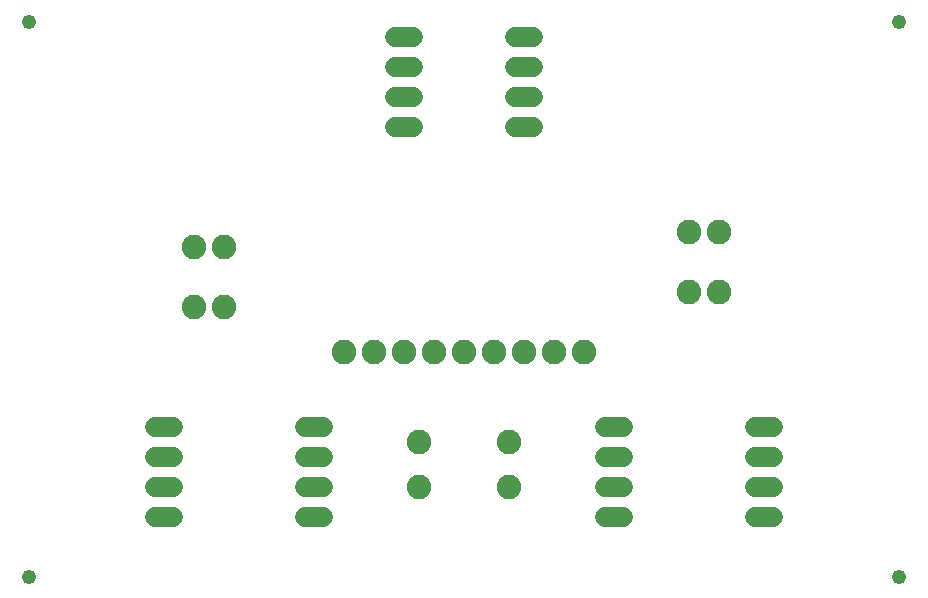
<source format=gts>
G75*
%MOIN*%
%OFA0B0*%
%FSLAX25Y25*%
%IPPOS*%
%LPD*%
%AMOC8*
5,1,8,0,0,1.08239X$1,22.5*
%
%ADD10C,0.08200*%
%ADD11C,0.06800*%
%ADD12C,0.04762*%
D10*
X0116000Y0086000D03*
X0126000Y0086000D03*
X0136000Y0086000D03*
X0146000Y0086000D03*
X0156000Y0086000D03*
X0166000Y0086000D03*
X0176000Y0086000D03*
X0186000Y0086000D03*
X0196000Y0086000D03*
X0231000Y0106000D03*
X0241000Y0106000D03*
X0241000Y0126000D03*
X0231000Y0126000D03*
X0171000Y0056000D03*
X0171000Y0041000D03*
X0141000Y0041000D03*
X0141000Y0056000D03*
X0076000Y0101000D03*
X0066000Y0101000D03*
X0066000Y0121000D03*
X0076000Y0121000D03*
D11*
X0133000Y0161000D02*
X0139000Y0161000D01*
X0139000Y0171000D02*
X0133000Y0171000D01*
X0133000Y0181000D02*
X0139000Y0181000D01*
X0139000Y0191000D02*
X0133000Y0191000D01*
X0173000Y0191000D02*
X0179000Y0191000D01*
X0179000Y0181000D02*
X0173000Y0181000D01*
X0173000Y0171000D02*
X0179000Y0171000D01*
X0179000Y0161000D02*
X0173000Y0161000D01*
X0203000Y0061000D02*
X0209000Y0061000D01*
X0209000Y0051000D02*
X0203000Y0051000D01*
X0203000Y0041000D02*
X0209000Y0041000D01*
X0209000Y0031000D02*
X0203000Y0031000D01*
X0253000Y0031000D02*
X0259000Y0031000D01*
X0259000Y0041000D02*
X0253000Y0041000D01*
X0253000Y0051000D02*
X0259000Y0051000D01*
X0259000Y0061000D02*
X0253000Y0061000D01*
X0109000Y0061000D02*
X0103000Y0061000D01*
X0103000Y0051000D02*
X0109000Y0051000D01*
X0109000Y0041000D02*
X0103000Y0041000D01*
X0103000Y0031000D02*
X0109000Y0031000D01*
X0059000Y0031000D02*
X0053000Y0031000D01*
X0053000Y0041000D02*
X0059000Y0041000D01*
X0059000Y0051000D02*
X0053000Y0051000D01*
X0053000Y0061000D02*
X0059000Y0061000D01*
D12*
X0011000Y0011000D03*
X0011000Y0196000D03*
X0301000Y0196000D03*
X0301000Y0011000D03*
M02*

</source>
